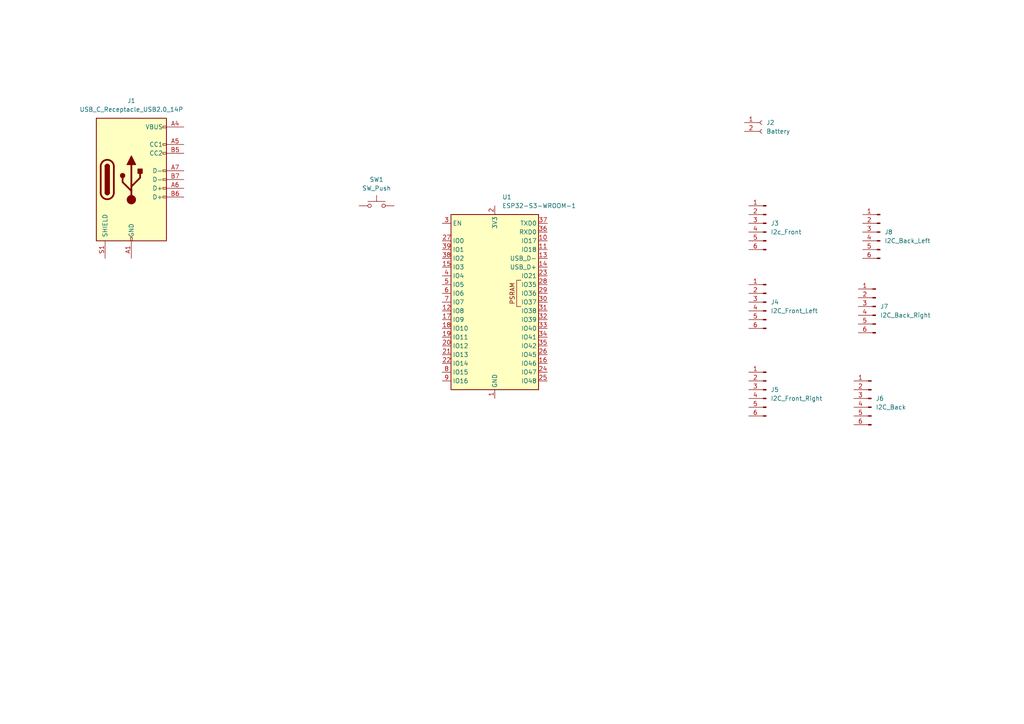
<source format=kicad_sch>
(kicad_sch
	(version 20250114)
	(generator "eeschema")
	(generator_version "9.0")
	(uuid "a682f0f8-aebd-48d9-9aea-289a65be6e25")
	(paper "A4")
	(lib_symbols
		(symbol "Connector:Conn_01x02_Socket"
			(pin_names
				(offset 1.016)
				(hide yes)
			)
			(exclude_from_sim no)
			(in_bom yes)
			(on_board yes)
			(property "Reference" "J"
				(at 0 2.54 0)
				(effects
					(font
						(size 1.27 1.27)
					)
				)
			)
			(property "Value" "Conn_01x02_Socket"
				(at 0 -5.08 0)
				(effects
					(font
						(size 1.27 1.27)
					)
				)
			)
			(property "Footprint" ""
				(at 0 0 0)
				(effects
					(font
						(size 1.27 1.27)
					)
					(hide yes)
				)
			)
			(property "Datasheet" "~"
				(at 0 0 0)
				(effects
					(font
						(size 1.27 1.27)
					)
					(hide yes)
				)
			)
			(property "Description" "Generic connector, single row, 01x02, script generated"
				(at 0 0 0)
				(effects
					(font
						(size 1.27 1.27)
					)
					(hide yes)
				)
			)
			(property "ki_locked" ""
				(at 0 0 0)
				(effects
					(font
						(size 1.27 1.27)
					)
				)
			)
			(property "ki_keywords" "connector"
				(at 0 0 0)
				(effects
					(font
						(size 1.27 1.27)
					)
					(hide yes)
				)
			)
			(property "ki_fp_filters" "Connector*:*_1x??_*"
				(at 0 0 0)
				(effects
					(font
						(size 1.27 1.27)
					)
					(hide yes)
				)
			)
			(symbol "Conn_01x02_Socket_1_1"
				(polyline
					(pts
						(xy -1.27 0) (xy -0.508 0)
					)
					(stroke
						(width 0.1524)
						(type default)
					)
					(fill
						(type none)
					)
				)
				(polyline
					(pts
						(xy -1.27 -2.54) (xy -0.508 -2.54)
					)
					(stroke
						(width 0.1524)
						(type default)
					)
					(fill
						(type none)
					)
				)
				(arc
					(start 0 -0.508)
					(mid -0.5058 0)
					(end 0 0.508)
					(stroke
						(width 0.1524)
						(type default)
					)
					(fill
						(type none)
					)
				)
				(arc
					(start 0 -3.048)
					(mid -0.5058 -2.54)
					(end 0 -2.032)
					(stroke
						(width 0.1524)
						(type default)
					)
					(fill
						(type none)
					)
				)
				(pin passive line
					(at -5.08 0 0)
					(length 3.81)
					(name "Pin_1"
						(effects
							(font
								(size 1.27 1.27)
							)
						)
					)
					(number "1"
						(effects
							(font
								(size 1.27 1.27)
							)
						)
					)
				)
				(pin passive line
					(at -5.08 -2.54 0)
					(length 3.81)
					(name "Pin_2"
						(effects
							(font
								(size 1.27 1.27)
							)
						)
					)
					(number "2"
						(effects
							(font
								(size 1.27 1.27)
							)
						)
					)
				)
			)
			(embedded_fonts no)
		)
		(symbol "Connector:Conn_01x06_Pin"
			(pin_names
				(offset 1.016)
				(hide yes)
			)
			(exclude_from_sim no)
			(in_bom yes)
			(on_board yes)
			(property "Reference" "J"
				(at 0 7.62 0)
				(effects
					(font
						(size 1.27 1.27)
					)
				)
			)
			(property "Value" "Conn_01x06_Pin"
				(at 0 -10.16 0)
				(effects
					(font
						(size 1.27 1.27)
					)
				)
			)
			(property "Footprint" ""
				(at 0 0 0)
				(effects
					(font
						(size 1.27 1.27)
					)
					(hide yes)
				)
			)
			(property "Datasheet" "~"
				(at 0 0 0)
				(effects
					(font
						(size 1.27 1.27)
					)
					(hide yes)
				)
			)
			(property "Description" "Generic connector, single row, 01x06, script generated"
				(at 0 0 0)
				(effects
					(font
						(size 1.27 1.27)
					)
					(hide yes)
				)
			)
			(property "ki_locked" ""
				(at 0 0 0)
				(effects
					(font
						(size 1.27 1.27)
					)
				)
			)
			(property "ki_keywords" "connector"
				(at 0 0 0)
				(effects
					(font
						(size 1.27 1.27)
					)
					(hide yes)
				)
			)
			(property "ki_fp_filters" "Connector*:*_1x??_*"
				(at 0 0 0)
				(effects
					(font
						(size 1.27 1.27)
					)
					(hide yes)
				)
			)
			(symbol "Conn_01x06_Pin_1_1"
				(rectangle
					(start 0.8636 5.207)
					(end 0 4.953)
					(stroke
						(width 0.1524)
						(type default)
					)
					(fill
						(type outline)
					)
				)
				(rectangle
					(start 0.8636 2.667)
					(end 0 2.413)
					(stroke
						(width 0.1524)
						(type default)
					)
					(fill
						(type outline)
					)
				)
				(rectangle
					(start 0.8636 0.127)
					(end 0 -0.127)
					(stroke
						(width 0.1524)
						(type default)
					)
					(fill
						(type outline)
					)
				)
				(rectangle
					(start 0.8636 -2.413)
					(end 0 -2.667)
					(stroke
						(width 0.1524)
						(type default)
					)
					(fill
						(type outline)
					)
				)
				(rectangle
					(start 0.8636 -4.953)
					(end 0 -5.207)
					(stroke
						(width 0.1524)
						(type default)
					)
					(fill
						(type outline)
					)
				)
				(rectangle
					(start 0.8636 -7.493)
					(end 0 -7.747)
					(stroke
						(width 0.1524)
						(type default)
					)
					(fill
						(type outline)
					)
				)
				(polyline
					(pts
						(xy 1.27 5.08) (xy 0.8636 5.08)
					)
					(stroke
						(width 0.1524)
						(type default)
					)
					(fill
						(type none)
					)
				)
				(polyline
					(pts
						(xy 1.27 2.54) (xy 0.8636 2.54)
					)
					(stroke
						(width 0.1524)
						(type default)
					)
					(fill
						(type none)
					)
				)
				(polyline
					(pts
						(xy 1.27 0) (xy 0.8636 0)
					)
					(stroke
						(width 0.1524)
						(type default)
					)
					(fill
						(type none)
					)
				)
				(polyline
					(pts
						(xy 1.27 -2.54) (xy 0.8636 -2.54)
					)
					(stroke
						(width 0.1524)
						(type default)
					)
					(fill
						(type none)
					)
				)
				(polyline
					(pts
						(xy 1.27 -5.08) (xy 0.8636 -5.08)
					)
					(stroke
						(width 0.1524)
						(type default)
					)
					(fill
						(type none)
					)
				)
				(polyline
					(pts
						(xy 1.27 -7.62) (xy 0.8636 -7.62)
					)
					(stroke
						(width 0.1524)
						(type default)
					)
					(fill
						(type none)
					)
				)
				(pin passive line
					(at 5.08 5.08 180)
					(length 3.81)
					(name "Pin_1"
						(effects
							(font
								(size 1.27 1.27)
							)
						)
					)
					(number "1"
						(effects
							(font
								(size 1.27 1.27)
							)
						)
					)
				)
				(pin passive line
					(at 5.08 2.54 180)
					(length 3.81)
					(name "Pin_2"
						(effects
							(font
								(size 1.27 1.27)
							)
						)
					)
					(number "2"
						(effects
							(font
								(size 1.27 1.27)
							)
						)
					)
				)
				(pin passive line
					(at 5.08 0 180)
					(length 3.81)
					(name "Pin_3"
						(effects
							(font
								(size 1.27 1.27)
							)
						)
					)
					(number "3"
						(effects
							(font
								(size 1.27 1.27)
							)
						)
					)
				)
				(pin passive line
					(at 5.08 -2.54 180)
					(length 3.81)
					(name "Pin_4"
						(effects
							(font
								(size 1.27 1.27)
							)
						)
					)
					(number "4"
						(effects
							(font
								(size 1.27 1.27)
							)
						)
					)
				)
				(pin passive line
					(at 5.08 -5.08 180)
					(length 3.81)
					(name "Pin_5"
						(effects
							(font
								(size 1.27 1.27)
							)
						)
					)
					(number "5"
						(effects
							(font
								(size 1.27 1.27)
							)
						)
					)
				)
				(pin passive line
					(at 5.08 -7.62 180)
					(length 3.81)
					(name "Pin_6"
						(effects
							(font
								(size 1.27 1.27)
							)
						)
					)
					(number "6"
						(effects
							(font
								(size 1.27 1.27)
							)
						)
					)
				)
			)
			(embedded_fonts no)
		)
		(symbol "Connector:USB_C_Receptacle_USB2.0_14P"
			(pin_names
				(offset 1.016)
			)
			(exclude_from_sim no)
			(in_bom yes)
			(on_board yes)
			(property "Reference" "J"
				(at 0 22.225 0)
				(effects
					(font
						(size 1.27 1.27)
					)
				)
			)
			(property "Value" "USB_C_Receptacle_USB2.0_14P"
				(at 0 19.685 0)
				(effects
					(font
						(size 1.27 1.27)
					)
				)
			)
			(property "Footprint" ""
				(at 3.81 0 0)
				(effects
					(font
						(size 1.27 1.27)
					)
					(hide yes)
				)
			)
			(property "Datasheet" "https://www.usb.org/sites/default/files/documents/usb_type-c.zip"
				(at 3.81 0 0)
				(effects
					(font
						(size 1.27 1.27)
					)
					(hide yes)
				)
			)
			(property "Description" "USB 2.0-only 14P Type-C Receptacle connector"
				(at 0 0 0)
				(effects
					(font
						(size 1.27 1.27)
					)
					(hide yes)
				)
			)
			(property "ki_keywords" "usb universal serial bus type-C USB2.0"
				(at 0 0 0)
				(effects
					(font
						(size 1.27 1.27)
					)
					(hide yes)
				)
			)
			(property "ki_fp_filters" "USB*C*Receptacle*"
				(at 0 0 0)
				(effects
					(font
						(size 1.27 1.27)
					)
					(hide yes)
				)
			)
			(symbol "USB_C_Receptacle_USB2.0_14P_0_0"
				(rectangle
					(start -0.254 -17.78)
					(end 0.254 -16.764)
					(stroke
						(width 0)
						(type default)
					)
					(fill
						(type none)
					)
				)
				(rectangle
					(start 10.16 15.494)
					(end 9.144 14.986)
					(stroke
						(width 0)
						(type default)
					)
					(fill
						(type none)
					)
				)
				(rectangle
					(start 10.16 10.414)
					(end 9.144 9.906)
					(stroke
						(width 0)
						(type default)
					)
					(fill
						(type none)
					)
				)
				(rectangle
					(start 10.16 7.874)
					(end 9.144 7.366)
					(stroke
						(width 0)
						(type default)
					)
					(fill
						(type none)
					)
				)
				(rectangle
					(start 10.16 2.794)
					(end 9.144 2.286)
					(stroke
						(width 0)
						(type default)
					)
					(fill
						(type none)
					)
				)
				(rectangle
					(start 10.16 0.254)
					(end 9.144 -0.254)
					(stroke
						(width 0)
						(type default)
					)
					(fill
						(type none)
					)
				)
				(rectangle
					(start 10.16 -2.286)
					(end 9.144 -2.794)
					(stroke
						(width 0)
						(type default)
					)
					(fill
						(type none)
					)
				)
				(rectangle
					(start 10.16 -4.826)
					(end 9.144 -5.334)
					(stroke
						(width 0)
						(type default)
					)
					(fill
						(type none)
					)
				)
			)
			(symbol "USB_C_Receptacle_USB2.0_14P_0_1"
				(rectangle
					(start -10.16 17.78)
					(end 10.16 -17.78)
					(stroke
						(width 0.254)
						(type default)
					)
					(fill
						(type background)
					)
				)
				(polyline
					(pts
						(xy -8.89 -3.81) (xy -8.89 3.81)
					)
					(stroke
						(width 0.508)
						(type default)
					)
					(fill
						(type none)
					)
				)
				(rectangle
					(start -7.62 -3.81)
					(end -6.35 3.81)
					(stroke
						(width 0.254)
						(type default)
					)
					(fill
						(type outline)
					)
				)
				(arc
					(start -7.62 3.81)
					(mid -6.985 4.4423)
					(end -6.35 3.81)
					(stroke
						(width 0.254)
						(type default)
					)
					(fill
						(type none)
					)
				)
				(arc
					(start -7.62 3.81)
					(mid -6.985 4.4423)
					(end -6.35 3.81)
					(stroke
						(width 0.254)
						(type default)
					)
					(fill
						(type outline)
					)
				)
				(arc
					(start -8.89 3.81)
					(mid -6.985 5.7067)
					(end -5.08 3.81)
					(stroke
						(width 0.508)
						(type default)
					)
					(fill
						(type none)
					)
				)
				(arc
					(start -5.08 -3.81)
					(mid -6.985 -5.7067)
					(end -8.89 -3.81)
					(stroke
						(width 0.508)
						(type default)
					)
					(fill
						(type none)
					)
				)
				(arc
					(start -6.35 -3.81)
					(mid -6.985 -4.4423)
					(end -7.62 -3.81)
					(stroke
						(width 0.254)
						(type default)
					)
					(fill
						(type none)
					)
				)
				(arc
					(start -6.35 -3.81)
					(mid -6.985 -4.4423)
					(end -7.62 -3.81)
					(stroke
						(width 0.254)
						(type default)
					)
					(fill
						(type outline)
					)
				)
				(polyline
					(pts
						(xy -5.08 3.81) (xy -5.08 -3.81)
					)
					(stroke
						(width 0.508)
						(type default)
					)
					(fill
						(type none)
					)
				)
				(circle
					(center -2.54 1.143)
					(radius 0.635)
					(stroke
						(width 0.254)
						(type default)
					)
					(fill
						(type outline)
					)
				)
				(polyline
					(pts
						(xy -1.27 4.318) (xy 0 6.858) (xy 1.27 4.318) (xy -1.27 4.318)
					)
					(stroke
						(width 0.254)
						(type default)
					)
					(fill
						(type outline)
					)
				)
				(polyline
					(pts
						(xy 0 -2.032) (xy 2.54 0.508) (xy 2.54 1.778)
					)
					(stroke
						(width 0.508)
						(type default)
					)
					(fill
						(type none)
					)
				)
				(polyline
					(pts
						(xy 0 -3.302) (xy -2.54 -0.762) (xy -2.54 0.508)
					)
					(stroke
						(width 0.508)
						(type default)
					)
					(fill
						(type none)
					)
				)
				(polyline
					(pts
						(xy 0 -5.842) (xy 0 4.318)
					)
					(stroke
						(width 0.508)
						(type default)
					)
					(fill
						(type none)
					)
				)
				(circle
					(center 0 -5.842)
					(radius 1.27)
					(stroke
						(width 0)
						(type default)
					)
					(fill
						(type outline)
					)
				)
				(rectangle
					(start 1.905 1.778)
					(end 3.175 3.048)
					(stroke
						(width 0.254)
						(type default)
					)
					(fill
						(type outline)
					)
				)
			)
			(symbol "USB_C_Receptacle_USB2.0_14P_1_1"
				(pin passive line
					(at -7.62 -22.86 90)
					(length 5.08)
					(name "SHIELD"
						(effects
							(font
								(size 1.27 1.27)
							)
						)
					)
					(number "S1"
						(effects
							(font
								(size 1.27 1.27)
							)
						)
					)
				)
				(pin passive line
					(at 0 -22.86 90)
					(length 5.08)
					(name "GND"
						(effects
							(font
								(size 1.27 1.27)
							)
						)
					)
					(number "A1"
						(effects
							(font
								(size 1.27 1.27)
							)
						)
					)
				)
				(pin passive line
					(at 0 -22.86 90)
					(length 5.08)
					(hide yes)
					(name "GND"
						(effects
							(font
								(size 1.27 1.27)
							)
						)
					)
					(number "A12"
						(effects
							(font
								(size 1.27 1.27)
							)
						)
					)
				)
				(pin passive line
					(at 0 -22.86 90)
					(length 5.08)
					(hide yes)
					(name "GND"
						(effects
							(font
								(size 1.27 1.27)
							)
						)
					)
					(number "B1"
						(effects
							(font
								(size 1.27 1.27)
							)
						)
					)
				)
				(pin passive line
					(at 0 -22.86 90)
					(length 5.08)
					(hide yes)
					(name "GND"
						(effects
							(font
								(size 1.27 1.27)
							)
						)
					)
					(number "B12"
						(effects
							(font
								(size 1.27 1.27)
							)
						)
					)
				)
				(pin passive line
					(at 15.24 15.24 180)
					(length 5.08)
					(name "VBUS"
						(effects
							(font
								(size 1.27 1.27)
							)
						)
					)
					(number "A4"
						(effects
							(font
								(size 1.27 1.27)
							)
						)
					)
				)
				(pin passive line
					(at 15.24 15.24 180)
					(length 5.08)
					(hide yes)
					(name "VBUS"
						(effects
							(font
								(size 1.27 1.27)
							)
						)
					)
					(number "A9"
						(effects
							(font
								(size 1.27 1.27)
							)
						)
					)
				)
				(pin passive line
					(at 15.24 15.24 180)
					(length 5.08)
					(hide yes)
					(name "VBUS"
						(effects
							(font
								(size 1.27 1.27)
							)
						)
					)
					(number "B4"
						(effects
							(font
								(size 1.27 1.27)
							)
						)
					)
				)
				(pin passive line
					(at 15.24 15.24 180)
					(length 5.08)
					(hide yes)
					(name "VBUS"
						(effects
							(font
								(size 1.27 1.27)
							)
						)
					)
					(number "B9"
						(effects
							(font
								(size 1.27 1.27)
							)
						)
					)
				)
				(pin bidirectional line
					(at 15.24 10.16 180)
					(length 5.08)
					(name "CC1"
						(effects
							(font
								(size 1.27 1.27)
							)
						)
					)
					(number "A5"
						(effects
							(font
								(size 1.27 1.27)
							)
						)
					)
				)
				(pin bidirectional line
					(at 15.24 7.62 180)
					(length 5.08)
					(name "CC2"
						(effects
							(font
								(size 1.27 1.27)
							)
						)
					)
					(number "B5"
						(effects
							(font
								(size 1.27 1.27)
							)
						)
					)
				)
				(pin bidirectional line
					(at 15.24 2.54 180)
					(length 5.08)
					(name "D-"
						(effects
							(font
								(size 1.27 1.27)
							)
						)
					)
					(number "A7"
						(effects
							(font
								(size 1.27 1.27)
							)
						)
					)
				)
				(pin bidirectional line
					(at 15.24 0 180)
					(length 5.08)
					(name "D-"
						(effects
							(font
								(size 1.27 1.27)
							)
						)
					)
					(number "B7"
						(effects
							(font
								(size 1.27 1.27)
							)
						)
					)
				)
				(pin bidirectional line
					(at 15.24 -2.54 180)
					(length 5.08)
					(name "D+"
						(effects
							(font
								(size 1.27 1.27)
							)
						)
					)
					(number "A6"
						(effects
							(font
								(size 1.27 1.27)
							)
						)
					)
				)
				(pin bidirectional line
					(at 15.24 -5.08 180)
					(length 5.08)
					(name "D+"
						(effects
							(font
								(size 1.27 1.27)
							)
						)
					)
					(number "B6"
						(effects
							(font
								(size 1.27 1.27)
							)
						)
					)
				)
			)
			(embedded_fonts no)
		)
		(symbol "RF_Module:ESP32-S3-WROOM-1"
			(exclude_from_sim no)
			(in_bom yes)
			(on_board yes)
			(property "Reference" "U"
				(at -12.7 26.67 0)
				(effects
					(font
						(size 1.27 1.27)
					)
				)
			)
			(property "Value" "ESP32-S3-WROOM-1"
				(at 12.7 26.67 0)
				(effects
					(font
						(size 1.27 1.27)
					)
				)
			)
			(property "Footprint" "RF_Module:ESP32-S3-WROOM-1"
				(at 0 2.54 0)
				(effects
					(font
						(size 1.27 1.27)
					)
					(hide yes)
				)
			)
			(property "Datasheet" "https://www.espressif.com/sites/default/files/documentation/esp32-s3-wroom-1_wroom-1u_datasheet_en.pdf"
				(at 0 0 0)
				(effects
					(font
						(size 1.27 1.27)
					)
					(hide yes)
				)
			)
			(property "Description" "RF Module, ESP32-S3 SoC, Wi-Fi 802.11b/g/n, Bluetooth, BLE, 32-bit, 3.3V, onboard antenna, SMD"
				(at 0 0 0)
				(effects
					(font
						(size 1.27 1.27)
					)
					(hide yes)
				)
			)
			(property "ki_keywords" "RF Radio BT ESP ESP32-S3 Espressif onboard PCB antenna"
				(at 0 0 0)
				(effects
					(font
						(size 1.27 1.27)
					)
					(hide yes)
				)
			)
			(property "ki_fp_filters" "ESP32?S3?WROOM?1*"
				(at 0 0 0)
				(effects
					(font
						(size 1.27 1.27)
					)
					(hide yes)
				)
			)
			(symbol "ESP32-S3-WROOM-1_0_0"
				(rectangle
					(start -12.7 25.4)
					(end 12.7 -25.4)
					(stroke
						(width 0.254)
						(type default)
					)
					(fill
						(type background)
					)
				)
				(text "PSRAM"
					(at 5.08 2.54 900)
					(effects
						(font
							(size 1.27 1.27)
						)
					)
				)
			)
			(symbol "ESP32-S3-WROOM-1_0_1"
				(polyline
					(pts
						(xy 7.62 -1.27) (xy 6.35 -1.27) (xy 6.35 6.35) (xy 7.62 6.35)
					)
					(stroke
						(width 0)
						(type default)
					)
					(fill
						(type none)
					)
				)
			)
			(symbol "ESP32-S3-WROOM-1_1_1"
				(pin input line
					(at -15.24 22.86 0)
					(length 2.54)
					(name "EN"
						(effects
							(font
								(size 1.27 1.27)
							)
						)
					)
					(number "3"
						(effects
							(font
								(size 1.27 1.27)
							)
						)
					)
				)
				(pin bidirectional line
					(at -15.24 17.78 0)
					(length 2.54)
					(name "IO0"
						(effects
							(font
								(size 1.27 1.27)
							)
						)
					)
					(number "27"
						(effects
							(font
								(size 1.27 1.27)
							)
						)
					)
				)
				(pin bidirectional line
					(at -15.24 15.24 0)
					(length 2.54)
					(name "IO1"
						(effects
							(font
								(size 1.27 1.27)
							)
						)
					)
					(number "39"
						(effects
							(font
								(size 1.27 1.27)
							)
						)
					)
				)
				(pin bidirectional line
					(at -15.24 12.7 0)
					(length 2.54)
					(name "IO2"
						(effects
							(font
								(size 1.27 1.27)
							)
						)
					)
					(number "38"
						(effects
							(font
								(size 1.27 1.27)
							)
						)
					)
				)
				(pin bidirectional line
					(at -15.24 10.16 0)
					(length 2.54)
					(name "IO3"
						(effects
							(font
								(size 1.27 1.27)
							)
						)
					)
					(number "15"
						(effects
							(font
								(size 1.27 1.27)
							)
						)
					)
				)
				(pin bidirectional line
					(at -15.24 7.62 0)
					(length 2.54)
					(name "IO4"
						(effects
							(font
								(size 1.27 1.27)
							)
						)
					)
					(number "4"
						(effects
							(font
								(size 1.27 1.27)
							)
						)
					)
				)
				(pin bidirectional line
					(at -15.24 5.08 0)
					(length 2.54)
					(name "IO5"
						(effects
							(font
								(size 1.27 1.27)
							)
						)
					)
					(number "5"
						(effects
							(font
								(size 1.27 1.27)
							)
						)
					)
				)
				(pin bidirectional line
					(at -15.24 2.54 0)
					(length 2.54)
					(name "IO6"
						(effects
							(font
								(size 1.27 1.27)
							)
						)
					)
					(number "6"
						(effects
							(font
								(size 1.27 1.27)
							)
						)
					)
				)
				(pin bidirectional line
					(at -15.24 0 0)
					(length 2.54)
					(name "IO7"
						(effects
							(font
								(size 1.27 1.27)
							)
						)
					)
					(number "7"
						(effects
							(font
								(size 1.27 1.27)
							)
						)
					)
				)
				(pin bidirectional line
					(at -15.24 -2.54 0)
					(length 2.54)
					(name "IO8"
						(effects
							(font
								(size 1.27 1.27)
							)
						)
					)
					(number "12"
						(effects
							(font
								(size 1.27 1.27)
							)
						)
					)
				)
				(pin bidirectional line
					(at -15.24 -5.08 0)
					(length 2.54)
					(name "IO9"
						(effects
							(font
								(size 1.27 1.27)
							)
						)
					)
					(number "17"
						(effects
							(font
								(size 1.27 1.27)
							)
						)
					)
				)
				(pin bidirectional line
					(at -15.24 -7.62 0)
					(length 2.54)
					(name "IO10"
						(effects
							(font
								(size 1.27 1.27)
							)
						)
					)
					(number "18"
						(effects
							(font
								(size 1.27 1.27)
							)
						)
					)
				)
				(pin bidirectional line
					(at -15.24 -10.16 0)
					(length 2.54)
					(name "IO11"
						(effects
							(font
								(size 1.27 1.27)
							)
						)
					)
					(number "19"
						(effects
							(font
								(size 1.27 1.27)
							)
						)
					)
				)
				(pin bidirectional line
					(at -15.24 -12.7 0)
					(length 2.54)
					(name "IO12"
						(effects
							(font
								(size 1.27 1.27)
							)
						)
					)
					(number "20"
						(effects
							(font
								(size 1.27 1.27)
							)
						)
					)
				)
				(pin bidirectional line
					(at -15.24 -15.24 0)
					(length 2.54)
					(name "IO13"
						(effects
							(font
								(size 1.27 1.27)
							)
						)
					)
					(number "21"
						(effects
							(font
								(size 1.27 1.27)
							)
						)
					)
				)
				(pin bidirectional line
					(at -15.24 -17.78 0)
					(length 2.54)
					(name "IO14"
						(effects
							(font
								(size 1.27 1.27)
							)
						)
					)
					(number "22"
						(effects
							(font
								(size 1.27 1.27)
							)
						)
					)
				)
				(pin bidirectional line
					(at -15.24 -20.32 0)
					(length 2.54)
					(name "IO15"
						(effects
							(font
								(size 1.27 1.27)
							)
						)
					)
					(number "8"
						(effects
							(font
								(size 1.27 1.27)
							)
						)
					)
				)
				(pin bidirectional line
					(at -15.24 -22.86 0)
					(length 2.54)
					(name "IO16"
						(effects
							(font
								(size 1.27 1.27)
							)
						)
					)
					(number "9"
						(effects
							(font
								(size 1.27 1.27)
							)
						)
					)
				)
				(pin power_in line
					(at 0 27.94 270)
					(length 2.54)
					(name "3V3"
						(effects
							(font
								(size 1.27 1.27)
							)
						)
					)
					(number "2"
						(effects
							(font
								(size 1.27 1.27)
							)
						)
					)
				)
				(pin power_in line
					(at 0 -27.94 90)
					(length 2.54)
					(name "GND"
						(effects
							(font
								(size 1.27 1.27)
							)
						)
					)
					(number "1"
						(effects
							(font
								(size 1.27 1.27)
							)
						)
					)
				)
				(pin passive line
					(at 0 -27.94 90)
					(length 2.54)
					(hide yes)
					(name "GND"
						(effects
							(font
								(size 1.27 1.27)
							)
						)
					)
					(number "40"
						(effects
							(font
								(size 1.27 1.27)
							)
						)
					)
				)
				(pin passive line
					(at 0 -27.94 90)
					(length 2.54)
					(hide yes)
					(name "GND"
						(effects
							(font
								(size 1.27 1.27)
							)
						)
					)
					(number "41"
						(effects
							(font
								(size 1.27 1.27)
							)
						)
					)
				)
				(pin bidirectional line
					(at 15.24 22.86 180)
					(length 2.54)
					(name "TXD0"
						(effects
							(font
								(size 1.27 1.27)
							)
						)
					)
					(number "37"
						(effects
							(font
								(size 1.27 1.27)
							)
						)
					)
				)
				(pin bidirectional line
					(at 15.24 20.32 180)
					(length 2.54)
					(name "RXD0"
						(effects
							(font
								(size 1.27 1.27)
							)
						)
					)
					(number "36"
						(effects
							(font
								(size 1.27 1.27)
							)
						)
					)
				)
				(pin bidirectional line
					(at 15.24 17.78 180)
					(length 2.54)
					(name "IO17"
						(effects
							(font
								(size 1.27 1.27)
							)
						)
					)
					(number "10"
						(effects
							(font
								(size 1.27 1.27)
							)
						)
					)
				)
				(pin bidirectional line
					(at 15.24 15.24 180)
					(length 2.54)
					(name "IO18"
						(effects
							(font
								(size 1.27 1.27)
							)
						)
					)
					(number "11"
						(effects
							(font
								(size 1.27 1.27)
							)
						)
					)
				)
				(pin bidirectional line
					(at 15.24 12.7 180)
					(length 2.54)
					(name "USB_D-"
						(effects
							(font
								(size 1.27 1.27)
							)
						)
					)
					(number "13"
						(effects
							(font
								(size 1.27 1.27)
							)
						)
					)
					(alternate "IO19" bidirectional line)
				)
				(pin bidirectional line
					(at 15.24 10.16 180)
					(length 2.54)
					(name "USB_D+"
						(effects
							(font
								(size 1.27 1.27)
							)
						)
					)
					(number "14"
						(effects
							(font
								(size 1.27 1.27)
							)
						)
					)
					(alternate "IO20" bidirectional line)
				)
				(pin bidirectional line
					(at 15.24 7.62 180)
					(length 2.54)
					(name "IO21"
						(effects
							(font
								(size 1.27 1.27)
							)
						)
					)
					(number "23"
						(effects
							(font
								(size 1.27 1.27)
							)
						)
					)
				)
				(pin bidirectional line
					(at 15.24 5.08 180)
					(length 2.54)
					(name "IO35"
						(effects
							(font
								(size 1.27 1.27)
							)
						)
					)
					(number "28"
						(effects
							(font
								(size 1.27 1.27)
							)
						)
					)
				)
				(pin bidirectional line
					(at 15.24 2.54 180)
					(length 2.54)
					(name "IO36"
						(effects
							(font
								(size 1.27 1.27)
							)
						)
					)
					(number "29"
						(effects
							(font
								(size 1.27 1.27)
							)
						)
					)
				)
				(pin bidirectional line
					(at 15.24 0 180)
					(length 2.54)
					(name "IO37"
						(effects
							(font
								(size 1.27 1.27)
							)
						)
					)
					(number "30"
						(effects
							(font
								(size 1.27 1.27)
							)
						)
					)
				)
				(pin bidirectional line
					(at 15.24 -2.54 180)
					(length 2.54)
					(name "IO38"
						(effects
							(font
								(size 1.27 1.27)
							)
						)
					)
					(number "31"
						(effects
							(font
								(size 1.27 1.27)
							)
						)
					)
				)
				(pin bidirectional line
					(at 15.24 -5.08 180)
					(length 2.54)
					(name "IO39"
						(effects
							(font
								(size 1.27 1.27)
							)
						)
					)
					(number "32"
						(effects
							(font
								(size 1.27 1.27)
							)
						)
					)
				)
				(pin bidirectional line
					(at 15.24 -7.62 180)
					(length 2.54)
					(name "IO40"
						(effects
							(font
								(size 1.27 1.27)
							)
						)
					)
					(number "33"
						(effects
							(font
								(size 1.27 1.27)
							)
						)
					)
				)
				(pin bidirectional line
					(at 15.24 -10.16 180)
					(length 2.54)
					(name "IO41"
						(effects
							(font
								(size 1.27 1.27)
							)
						)
					)
					(number "34"
						(effects
							(font
								(size 1.27 1.27)
							)
						)
					)
				)
				(pin bidirectional line
					(at 15.24 -12.7 180)
					(length 2.54)
					(name "IO42"
						(effects
							(font
								(size 1.27 1.27)
							)
						)
					)
					(number "35"
						(effects
							(font
								(size 1.27 1.27)
							)
						)
					)
				)
				(pin bidirectional line
					(at 15.24 -15.24 180)
					(length 2.54)
					(name "IO45"
						(effects
							(font
								(size 1.27 1.27)
							)
						)
					)
					(number "26"
						(effects
							(font
								(size 1.27 1.27)
							)
						)
					)
				)
				(pin bidirectional line
					(at 15.24 -17.78 180)
					(length 2.54)
					(name "IO46"
						(effects
							(font
								(size 1.27 1.27)
							)
						)
					)
					(number "16"
						(effects
							(font
								(size 1.27 1.27)
							)
						)
					)
				)
				(pin bidirectional line
					(at 15.24 -20.32 180)
					(length 2.54)
					(name "IO47"
						(effects
							(font
								(size 1.27 1.27)
							)
						)
					)
					(number "24"
						(effects
							(font
								(size 1.27 1.27)
							)
						)
					)
				)
				(pin bidirectional line
					(at 15.24 -22.86 180)
					(length 2.54)
					(name "IO48"
						(effects
							(font
								(size 1.27 1.27)
							)
						)
					)
					(number "25"
						(effects
							(font
								(size 1.27 1.27)
							)
						)
					)
				)
			)
			(embedded_fonts no)
		)
		(symbol "Switch:SW_Push"
			(pin_numbers
				(hide yes)
			)
			(pin_names
				(offset 1.016)
				(hide yes)
			)
			(exclude_from_sim no)
			(in_bom yes)
			(on_board yes)
			(property "Reference" "SW"
				(at 1.27 2.54 0)
				(effects
					(font
						(size 1.27 1.27)
					)
					(justify left)
				)
			)
			(property "Value" "SW_Push"
				(at 0 -1.524 0)
				(effects
					(font
						(size 1.27 1.27)
					)
				)
			)
			(property "Footprint" ""
				(at 0 5.08 0)
				(effects
					(font
						(size 1.27 1.27)
					)
					(hide yes)
				)
			)
			(property "Datasheet" "~"
				(at 0 5.08 0)
				(effects
					(font
						(size 1.27 1.27)
					)
					(hide yes)
				)
			)
			(property "Description" "Push button switch, generic, two pins"
				(at 0 0 0)
				(effects
					(font
						(size 1.27 1.27)
					)
					(hide yes)
				)
			)
			(property "ki_keywords" "switch normally-open pushbutton push-button"
				(at 0 0 0)
				(effects
					(font
						(size 1.27 1.27)
					)
					(hide yes)
				)
			)
			(symbol "SW_Push_0_1"
				(circle
					(center -2.032 0)
					(radius 0.508)
					(stroke
						(width 0)
						(type default)
					)
					(fill
						(type none)
					)
				)
				(polyline
					(pts
						(xy 0 1.27) (xy 0 3.048)
					)
					(stroke
						(width 0)
						(type default)
					)
					(fill
						(type none)
					)
				)
				(circle
					(center 2.032 0)
					(radius 0.508)
					(stroke
						(width 0)
						(type default)
					)
					(fill
						(type none)
					)
				)
				(polyline
					(pts
						(xy 2.54 1.27) (xy -2.54 1.27)
					)
					(stroke
						(width 0)
						(type default)
					)
					(fill
						(type none)
					)
				)
				(pin passive line
					(at -5.08 0 0)
					(length 2.54)
					(name "1"
						(effects
							(font
								(size 1.27 1.27)
							)
						)
					)
					(number "1"
						(effects
							(font
								(size 1.27 1.27)
							)
						)
					)
				)
				(pin passive line
					(at 5.08 0 180)
					(length 2.54)
					(name "2"
						(effects
							(font
								(size 1.27 1.27)
							)
						)
					)
					(number "2"
						(effects
							(font
								(size 1.27 1.27)
							)
						)
					)
				)
			)
			(embedded_fonts no)
		)
	)
	(symbol
		(lib_id "Switch:SW_Push")
		(at 109.22 59.69 0)
		(unit 1)
		(exclude_from_sim no)
		(in_bom yes)
		(on_board yes)
		(dnp no)
		(fields_autoplaced yes)
		(uuid "09eb56d2-c7bb-40ba-9f40-28daad331bb4")
		(property "Reference" "SW1"
			(at 109.22 52.07 0)
			(effects
				(font
					(size 1.27 1.27)
				)
			)
		)
		(property "Value" "SW_Push"
			(at 109.22 54.61 0)
			(effects
				(font
					(size 1.27 1.27)
				)
			)
		)
		(property "Footprint" "Button_Switch_SMD:SW_Push_1P1T_NO_CK_KSC6xxJ"
			(at 109.22 54.61 0)
			(effects
				(font
					(size 1.27 1.27)
				)
				(hide yes)
			)
		)
		(property "Datasheet" "~"
			(at 109.22 54.61 0)
			(effects
				(font
					(size 1.27 1.27)
				)
				(hide yes)
			)
		)
		(property "Description" "Push button switch, generic, two pins"
			(at 109.22 59.69 0)
			(effects
				(font
					(size 1.27 1.27)
				)
				(hide yes)
			)
		)
		(pin "1"
			(uuid "509bd8a3-833f-435e-9e2f-e519883fcf0b")
		)
		(pin "2"
			(uuid "03bd7278-086f-4ad2-954f-d8cc06ee5889")
		)
		(instances
			(project ""
				(path "/a682f0f8-aebd-48d9-9aea-289a65be6e25"
					(reference "SW1")
					(unit 1)
				)
			)
		)
	)
	(symbol
		(lib_id "Connector:Conn_01x06_Pin")
		(at 222.25 113.03 0)
		(mirror y)
		(unit 1)
		(exclude_from_sim no)
		(in_bom yes)
		(on_board yes)
		(dnp no)
		(fields_autoplaced yes)
		(uuid "21bf9dce-9977-4872-a6a7-5082b0855fa6")
		(property "Reference" "J5"
			(at 223.52 113.0299 0)
			(effects
				(font
					(size 1.27 1.27)
				)
				(justify right)
			)
		)
		(property "Value" "I2C_Front_Right"
			(at 223.52 115.5699 0)
			(effects
				(font
					(size 1.27 1.27)
				)
				(justify right)
			)
		)
		(property "Footprint" "Connector_PinHeader_2.54mm:PinHeader_1x06_P2.54mm_Horizontal"
			(at 222.25 113.03 0)
			(effects
				(font
					(size 1.27 1.27)
				)
				(hide yes)
			)
		)
		(property "Datasheet" "~"
			(at 222.25 113.03 0)
			(effects
				(font
					(size 1.27 1.27)
				)
				(hide yes)
			)
		)
		(property "Description" "Generic connector, single row, 01x06, script generated"
			(at 222.25 113.03 0)
			(effects
				(font
					(size 1.27 1.27)
				)
				(hide yes)
			)
		)
		(pin "2"
			(uuid "aa15b21a-783b-48c2-9fce-e1979a99eb98")
		)
		(pin "5"
			(uuid "e4a0c73c-d600-418c-a541-d9c6fdc17bd2")
		)
		(pin "3"
			(uuid "8fd00334-d113-4e0d-8c5a-a5f80127f07d")
		)
		(pin "6"
			(uuid "f6982911-60ad-4cd0-a636-120487b83948")
		)
		(pin "4"
			(uuid "abc4c086-a5b0-472a-a993-f5ca1d6d77ba")
		)
		(pin "1"
			(uuid "3d7cc0f1-ebcf-40b2-82a1-3441728b66f1")
		)
		(instances
			(project "Modular-Robot-Main"
				(path "/a682f0f8-aebd-48d9-9aea-289a65be6e25"
					(reference "J5")
					(unit 1)
				)
			)
		)
	)
	(symbol
		(lib_id "RF_Module:ESP32-S3-WROOM-1")
		(at 143.51 87.63 0)
		(unit 1)
		(exclude_from_sim no)
		(in_bom yes)
		(on_board yes)
		(dnp no)
		(fields_autoplaced yes)
		(uuid "2b03e3bb-7b01-4ced-8b63-0467167ef16a")
		(property "Reference" "U1"
			(at 145.6533 57.15 0)
			(effects
				(font
					(size 1.27 1.27)
				)
				(justify left)
			)
		)
		(property "Value" "ESP32-S3-WROOM-1"
			(at 145.6533 59.69 0)
			(effects
				(font
					(size 1.27 1.27)
				)
				(justify left)
			)
		)
		(property "Footprint" "RF_Module:ESP32-S3-WROOM-1"
			(at 143.51 85.09 0)
			(effects
				(font
					(size 1.27 1.27)
				)
				(hide yes)
			)
		)
		(property "Datasheet" "https://www.espressif.com/sites/default/files/documentation/esp32-s3-wroom-1_wroom-1u_datasheet_en.pdf"
			(at 143.51 87.63 0)
			(effects
				(font
					(size 1.27 1.27)
				)
				(hide yes)
			)
		)
		(property "Description" "RF Module, ESP32-S3 SoC, Wi-Fi 802.11b/g/n, Bluetooth, BLE, 32-bit, 3.3V, onboard antenna, SMD"
			(at 143.51 87.63 0)
			(effects
				(font
					(size 1.27 1.27)
				)
				(hide yes)
			)
		)
		(pin "17"
			(uuid "338364ce-c543-4f0c-a86a-45d8ec212bbf")
		)
		(pin "8"
			(uuid "cdbcbadf-0383-4317-b709-1f665e6c7dea")
		)
		(pin "15"
			(uuid "20fea282-d7e0-40ce-8c0f-6903d6faed22")
		)
		(pin "22"
			(uuid "1de29719-ee13-4421-af8e-23a35c2d8f46")
		)
		(pin "19"
			(uuid "7afccc33-d40f-4dc6-8b6d-437fda119c45")
		)
		(pin "41"
			(uuid "3d163109-896a-408f-91fd-c943bb004ea2")
		)
		(pin "28"
			(uuid "d26e9ee9-2675-4187-89f2-bf0e6521eb5a")
		)
		(pin "39"
			(uuid "c65c8ece-f3d6-4310-80d9-c365f45c344a")
		)
		(pin "4"
			(uuid "7639834b-69a4-4d5e-9c69-90bad91e4b0b")
		)
		(pin "6"
			(uuid "aa7cc45d-a886-4cde-966b-3ee15705aff9")
		)
		(pin "40"
			(uuid "bce70b28-e928-498e-b20f-05ef6ad778d6")
		)
		(pin "14"
			(uuid "b19ddd1b-c6f7-4f99-a086-dc286d78f159")
		)
		(pin "35"
			(uuid "4becedb4-69de-4713-bb4f-d52aa5281cb6")
		)
		(pin "7"
			(uuid "ab90ab79-dfbe-4d91-bdbc-94a86f6e7086")
		)
		(pin "27"
			(uuid "596de2cf-a5f7-4075-96c3-4a041c49754c")
		)
		(pin "5"
			(uuid "1123ed06-bc04-4e32-a8f8-c51bba73cb72")
		)
		(pin "38"
			(uuid "7695083c-947a-435f-8781-75ff3db9959d")
		)
		(pin "12"
			(uuid "9268c986-5c88-425e-9789-ee1601522df1")
		)
		(pin "20"
			(uuid "c2b7ec4f-345f-4e2c-a5a2-107d2b31a066")
		)
		(pin "3"
			(uuid "ff8faf31-4354-4d32-a090-74f4518e1c87")
		)
		(pin "21"
			(uuid "3e82ba0d-4fdb-4448-850c-eaca3d475b29")
		)
		(pin "2"
			(uuid "cb97960b-1519-4642-a4ca-3dd9b5406733")
		)
		(pin "9"
			(uuid "1460af9b-95f1-4904-8a7f-acad75544a59")
		)
		(pin "1"
			(uuid "ecfb45f6-cd49-4ba2-8b12-966a31d22d4f")
		)
		(pin "37"
			(uuid "22ec11cc-9392-45a3-ad8a-d2ae12d55244")
		)
		(pin "18"
			(uuid "0880426a-0ba2-49bf-9356-1c53e759e6e0")
		)
		(pin "36"
			(uuid "c53f9020-e5a5-461f-ab3c-f3224abd36ac")
		)
		(pin "10"
			(uuid "afceb266-97b7-4ae4-bcfd-41faab146203")
		)
		(pin "11"
			(uuid "4e79e272-4145-4994-aa5e-4ac133038728")
		)
		(pin "23"
			(uuid "392997f7-0766-40d4-9dfb-053a8b6ea10d")
		)
		(pin "13"
			(uuid "3dddd138-efaa-47b3-9d85-d661516a399f")
		)
		(pin "30"
			(uuid "4e5a015a-b23d-4a42-8146-514a24fb6eb4")
		)
		(pin "31"
			(uuid "2a91df3e-22ea-407b-a08d-b6d3c9a3740c")
		)
		(pin "33"
			(uuid "c99c537b-07df-44d4-9d99-0b4682e40c4b")
		)
		(pin "32"
			(uuid "5b197b44-8d78-45c5-a1ef-f543fa073732")
		)
		(pin "34"
			(uuid "b964e042-89b0-4b41-82b9-7292165a28cc")
		)
		(pin "29"
			(uuid "db6b5925-c76b-44a2-8b90-a4690365d12a")
		)
		(pin "25"
			(uuid "f4be39fd-fb58-4b02-89d6-d068d29f1406")
		)
		(pin "16"
			(uuid "7faf4f4b-1ee9-4b8e-bb61-ccd4d6e782f0")
		)
		(pin "26"
			(uuid "d6786732-b3fb-484b-8074-900cd8e1e034")
		)
		(pin "24"
			(uuid "0481b12e-44f0-41cf-becc-d844857c6a1b")
		)
		(instances
			(project ""
				(path "/a682f0f8-aebd-48d9-9aea-289a65be6e25"
					(reference "U1")
					(unit 1)
				)
			)
		)
	)
	(symbol
		(lib_id "Connector:Conn_01x02_Socket")
		(at 220.98 35.56 0)
		(unit 1)
		(exclude_from_sim no)
		(in_bom yes)
		(on_board yes)
		(dnp no)
		(fields_autoplaced yes)
		(uuid "34dc22c0-ac59-4c69-bda5-7503dbd8e44e")
		(property "Reference" "J2"
			(at 222.25 35.5599 0)
			(effects
				(font
					(size 1.27 1.27)
				)
				(justify left)
			)
		)
		(property "Value" "Battery"
			(at 222.25 38.0999 0)
			(effects
				(font
					(size 1.27 1.27)
				)
				(justify left)
			)
		)
		(property "Footprint" "Connector_JST:JST_PH_B2B-PH-K_1x02_P2.00mm_Vertical"
			(at 220.98 35.56 0)
			(effects
				(font
					(size 1.27 1.27)
				)
				(hide yes)
			)
		)
		(property "Datasheet" "~"
			(at 220.98 35.56 0)
			(effects
				(font
					(size 1.27 1.27)
				)
				(hide yes)
			)
		)
		(property "Description" "Generic connector, single row, 01x02, script generated"
			(at 220.98 35.56 0)
			(effects
				(font
					(size 1.27 1.27)
				)
				(hide yes)
			)
		)
		(pin "2"
			(uuid "9f040031-1bf9-4780-89ef-18f1beb834a6")
		)
		(pin "1"
			(uuid "f1e0a16e-9b30-4976-923f-2acd30257a8b")
		)
		(instances
			(project ""
				(path "/a682f0f8-aebd-48d9-9aea-289a65be6e25"
					(reference "J2")
					(unit 1)
				)
			)
		)
	)
	(symbol
		(lib_id "Connector:Conn_01x06_Pin")
		(at 222.25 87.63 0)
		(mirror y)
		(unit 1)
		(exclude_from_sim no)
		(in_bom yes)
		(on_board yes)
		(dnp no)
		(fields_autoplaced yes)
		(uuid "74c47378-f2cf-447a-8b31-1cec7d01ef86")
		(property "Reference" "J4"
			(at 223.52 87.6299 0)
			(effects
				(font
					(size 1.27 1.27)
				)
				(justify right)
			)
		)
		(property "Value" "I2C_Front_Left"
			(at 223.52 90.1699 0)
			(effects
				(font
					(size 1.27 1.27)
				)
				(justify right)
			)
		)
		(property "Footprint" "Connector_PinHeader_2.54mm:PinHeader_1x06_P2.54mm_Horizontal"
			(at 222.25 87.63 0)
			(effects
				(font
					(size 1.27 1.27)
				)
				(hide yes)
			)
		)
		(property "Datasheet" "~"
			(at 222.25 87.63 0)
			(effects
				(font
					(size 1.27 1.27)
				)
				(hide yes)
			)
		)
		(property "Description" "Generic connector, single row, 01x06, script generated"
			(at 222.25 87.63 0)
			(effects
				(font
					(size 1.27 1.27)
				)
				(hide yes)
			)
		)
		(pin "2"
			(uuid "7421d0e9-4dbb-4a44-a8a5-5aff39fa7fc2")
		)
		(pin "5"
			(uuid "e8d6b8de-836d-4b1d-a443-556b530aced2")
		)
		(pin "3"
			(uuid "246d0057-db93-444b-99a7-557b5a8cfafa")
		)
		(pin "6"
			(uuid "10189ee7-58ff-460a-9cb0-0c769b0d1c7d")
		)
		(pin "4"
			(uuid "82ef43c5-60de-4fe6-b540-624bbcd06867")
		)
		(pin "1"
			(uuid "9216b575-1a52-471d-86fd-f4267b237a3b")
		)
		(instances
			(project "Modular-Robot-Main"
				(path "/a682f0f8-aebd-48d9-9aea-289a65be6e25"
					(reference "J4")
					(unit 1)
				)
			)
		)
	)
	(symbol
		(lib_id "Connector:Conn_01x06_Pin")
		(at 255.27 67.31 0)
		(mirror y)
		(unit 1)
		(exclude_from_sim no)
		(in_bom yes)
		(on_board yes)
		(dnp no)
		(fields_autoplaced yes)
		(uuid "75c67074-2ae7-41b8-b34f-8330a908ed1f")
		(property "Reference" "J8"
			(at 256.54 67.3099 0)
			(effects
				(font
					(size 1.27 1.27)
				)
				(justify right)
			)
		)
		(property "Value" "I2C_Back_Left"
			(at 256.54 69.8499 0)
			(effects
				(font
					(size 1.27 1.27)
				)
				(justify right)
			)
		)
		(property "Footprint" "Connector_PinHeader_2.54mm:PinHeader_1x06_P2.54mm_Horizontal"
			(at 255.27 67.31 0)
			(effects
				(font
					(size 1.27 1.27)
				)
				(hide yes)
			)
		)
		(property "Datasheet" "~"
			(at 255.27 67.31 0)
			(effects
				(font
					(size 1.27 1.27)
				)
				(hide yes)
			)
		)
		(property "Description" "Generic connector, single row, 01x06, script generated"
			(at 255.27 67.31 0)
			(effects
				(font
					(size 1.27 1.27)
				)
				(hide yes)
			)
		)
		(pin "2"
			(uuid "23614cf8-49d2-4d70-908a-1af10891e521")
		)
		(pin "5"
			(uuid "802314cf-1b21-44a1-be1c-655e4ae85642")
		)
		(pin "3"
			(uuid "3a5ba968-88a3-46b5-b9d1-a9b9bd797141")
		)
		(pin "6"
			(uuid "cdc3be02-7305-4015-8de5-7d8727b7ae91")
		)
		(pin "4"
			(uuid "ef577a7c-5ccf-4582-a58c-2b01645e44ca")
		)
		(pin "1"
			(uuid "f105337e-b409-427e-9092-5871b9d3f6a2")
		)
		(instances
			(project ""
				(path "/a682f0f8-aebd-48d9-9aea-289a65be6e25"
					(reference "J8")
					(unit 1)
				)
			)
		)
	)
	(symbol
		(lib_id "Connector:Conn_01x06_Pin")
		(at 222.25 64.77 0)
		(mirror y)
		(unit 1)
		(exclude_from_sim no)
		(in_bom yes)
		(on_board yes)
		(dnp no)
		(fields_autoplaced yes)
		(uuid "7c65b1af-01d6-4c49-9fb2-03c7a7a7764c")
		(property "Reference" "J3"
			(at 223.52 64.7699 0)
			(effects
				(font
					(size 1.27 1.27)
				)
				(justify right)
			)
		)
		(property "Value" "I2c_Front"
			(at 223.52 67.3099 0)
			(effects
				(font
					(size 1.27 1.27)
				)
				(justify right)
			)
		)
		(property "Footprint" "Connector_PinHeader_2.54mm:PinHeader_1x06_P2.54mm_Horizontal"
			(at 222.25 64.77 0)
			(effects
				(font
					(size 1.27 1.27)
				)
				(hide yes)
			)
		)
		(property "Datasheet" "~"
			(at 222.25 64.77 0)
			(effects
				(font
					(size 1.27 1.27)
				)
				(hide yes)
			)
		)
		(property "Description" "Generic connector, single row, 01x06, script generated"
			(at 222.25 64.77 0)
			(effects
				(font
					(size 1.27 1.27)
				)
				(hide yes)
			)
		)
		(pin "2"
			(uuid "a50827a6-9876-4e79-af72-f291d423f95f")
		)
		(pin "5"
			(uuid "15b0211e-55af-41c1-a6b1-0decf9087e1b")
		)
		(pin "3"
			(uuid "31e9c519-0ca8-4ca6-ac6f-36acaf437e64")
		)
		(pin "6"
			(uuid "4e2fa5d2-be52-4111-9ac3-de7e13c770fa")
		)
		(pin "4"
			(uuid "34b1694c-9080-40c1-958d-c8df3b725d6f")
		)
		(pin "1"
			(uuid "0c0237dc-e320-4a2a-9fcb-7f3f037d8900")
		)
		(instances
			(project "Modular-Robot-Main"
				(path "/a682f0f8-aebd-48d9-9aea-289a65be6e25"
					(reference "J3")
					(unit 1)
				)
			)
		)
	)
	(symbol
		(lib_id "Connector:Conn_01x06_Pin")
		(at 252.73 115.57 0)
		(mirror y)
		(unit 1)
		(exclude_from_sim no)
		(in_bom yes)
		(on_board yes)
		(dnp no)
		(fields_autoplaced yes)
		(uuid "7e34bb95-cfd5-4f12-be49-7dd70c3a8112")
		(property "Reference" "J6"
			(at 254 115.5699 0)
			(effects
				(font
					(size 1.27 1.27)
				)
				(justify right)
			)
		)
		(property "Value" "I2C_Back"
			(at 254 118.1099 0)
			(effects
				(font
					(size 1.27 1.27)
				)
				(justify right)
			)
		)
		(property "Footprint" "Connector_PinHeader_2.54mm:PinHeader_1x06_P2.54mm_Horizontal"
			(at 252.73 115.57 0)
			(effects
				(font
					(size 1.27 1.27)
				)
				(hide yes)
			)
		)
		(property "Datasheet" "~"
			(at 252.73 115.57 0)
			(effects
				(font
					(size 1.27 1.27)
				)
				(hide yes)
			)
		)
		(property "Description" "Generic connector, single row, 01x06, script generated"
			(at 252.73 115.57 0)
			(effects
				(font
					(size 1.27 1.27)
				)
				(hide yes)
			)
		)
		(pin "2"
			(uuid "88cee33b-c260-4e91-9071-a5b425b33e93")
		)
		(pin "5"
			(uuid "d5cbe1da-4324-4ba1-b1b8-86c5f548e543")
		)
		(pin "3"
			(uuid "dc946c2c-3cce-4f2e-8f1e-03b6a4f8455e")
		)
		(pin "6"
			(uuid "9050b606-b390-41a5-915e-984bc8d78af4")
		)
		(pin "4"
			(uuid "5b84bcbf-feef-4b26-96bf-c2074a907335")
		)
		(pin "1"
			(uuid "32a517fd-280b-4616-8194-9aab75af5cd5")
		)
		(instances
			(project "Modular-Robot-Main"
				(path "/a682f0f8-aebd-48d9-9aea-289a65be6e25"
					(reference "J6")
					(unit 1)
				)
			)
		)
	)
	(symbol
		(lib_id "Connector:USB_C_Receptacle_USB2.0_14P")
		(at 38.1 52.07 0)
		(unit 1)
		(exclude_from_sim no)
		(in_bom yes)
		(on_board yes)
		(dnp no)
		(fields_autoplaced yes)
		(uuid "9e74dce6-f955-4e60-b3e5-35bb42a11daa")
		(property "Reference" "J1"
			(at 38.1 29.21 0)
			(effects
				(font
					(size 1.27 1.27)
				)
			)
		)
		(property "Value" "USB_C_Receptacle_USB2.0_14P"
			(at 38.1 31.75 0)
			(effects
				(font
					(size 1.27 1.27)
				)
			)
		)
		(property "Footprint" "Connector_USB:USB_C_Receptacle_GCT_USB4110"
			(at 41.91 52.07 0)
			(effects
				(font
					(size 1.27 1.27)
				)
				(hide yes)
			)
		)
		(property "Datasheet" "https://www.usb.org/sites/default/files/documents/usb_type-c.zip"
			(at 41.91 52.07 0)
			(effects
				(font
					(size 1.27 1.27)
				)
				(hide yes)
			)
		)
		(property "Description" "USB 2.0-only 14P Type-C Receptacle connector"
			(at 38.1 52.07 0)
			(effects
				(font
					(size 1.27 1.27)
				)
				(hide yes)
			)
		)
		(pin "B4"
			(uuid "07e06e17-2161-4130-86ee-3698b53d38b5")
		)
		(pin "B9"
			(uuid "d5c476ab-cd95-4fa9-8aca-2cd8ccd1105a")
		)
		(pin "B6"
			(uuid "fb50ac67-fe09-4f1f-8418-d4b4e0e81e27")
		)
		(pin "A4"
			(uuid "6f720cbe-3547-4842-a2f7-144bfc4e3b46")
		)
		(pin "B5"
			(uuid "39cc4634-96d6-46bc-871c-0549c9378599")
		)
		(pin "A7"
			(uuid "ad66a6b9-173e-4b89-a2e9-269c7f72662d")
		)
		(pin "B7"
			(uuid "0656e1b2-8c43-4628-bc3f-1a94c941e1cc")
		)
		(pin "A1"
			(uuid "c3108746-7422-4796-825a-42807484d816")
		)
		(pin "S1"
			(uuid "c49b486d-e32b-4c14-a2ab-1bb1aca9e021")
		)
		(pin "B1"
			(uuid "e03ced4b-edb9-422e-b248-adee2df5a9f2")
		)
		(pin "B12"
			(uuid "e36785d0-785a-4be5-a8d6-daa66f937991")
		)
		(pin "A9"
			(uuid "7d247f6a-4940-46c8-b0fa-007af7f3da51")
		)
		(pin "A12"
			(uuid "9a204c4c-8496-4314-a4a2-a806a25cbb8a")
		)
		(pin "A5"
			(uuid "41279b5a-6274-4eac-973b-ffd1eaceab9e")
		)
		(pin "A6"
			(uuid "9a38aad0-b58c-4a3c-9f3e-3add419d6c89")
		)
		(instances
			(project ""
				(path "/a682f0f8-aebd-48d9-9aea-289a65be6e25"
					(reference "J1")
					(unit 1)
				)
			)
		)
	)
	(symbol
		(lib_id "Connector:Conn_01x06_Pin")
		(at 254 88.9 0)
		(mirror y)
		(unit 1)
		(exclude_from_sim no)
		(in_bom yes)
		(on_board yes)
		(dnp no)
		(fields_autoplaced yes)
		(uuid "eabfb7c4-48ff-4b1c-aac1-21a21cad61bc")
		(property "Reference" "J7"
			(at 255.27 88.8999 0)
			(effects
				(font
					(size 1.27 1.27)
				)
				(justify right)
			)
		)
		(property "Value" "I2C_Back_Right"
			(at 255.27 91.4399 0)
			(effects
				(font
					(size 1.27 1.27)
				)
				(justify right)
			)
		)
		(property "Footprint" "Connector_PinHeader_2.54mm:PinHeader_1x06_P2.54mm_Horizontal"
			(at 254 88.9 0)
			(effects
				(font
					(size 1.27 1.27)
				)
				(hide yes)
			)
		)
		(property "Datasheet" "~"
			(at 254 88.9 0)
			(effects
				(font
					(size 1.27 1.27)
				)
				(hide yes)
			)
		)
		(property "Description" "Generic connector, single row, 01x06, script generated"
			(at 254 88.9 0)
			(effects
				(font
					(size 1.27 1.27)
				)
				(hide yes)
			)
		)
		(pin "2"
			(uuid "7167af40-2edd-44f2-8865-27779f3d91e6")
		)
		(pin "5"
			(uuid "a6d6b033-e2aa-4dfb-9efa-8dfbe9ea48bc")
		)
		(pin "3"
			(uuid "7d5a49e2-c3b0-4c81-aea6-d6ada128b190")
		)
		(pin "6"
			(uuid "e0873aee-c91c-4509-af56-9c5a109a4e49")
		)
		(pin "4"
			(uuid "44182d28-5f31-4637-b1b9-eedf26158139")
		)
		(pin "1"
			(uuid "8b5bdd7f-49c5-4162-b0d0-80518cd63792")
		)
		(instances
			(project "Modular-Robot-Main"
				(path "/a682f0f8-aebd-48d9-9aea-289a65be6e25"
					(reference "J7")
					(unit 1)
				)
			)
		)
	)
	(sheet_instances
		(path "/"
			(page "1")
		)
	)
	(embedded_fonts no)
)

</source>
